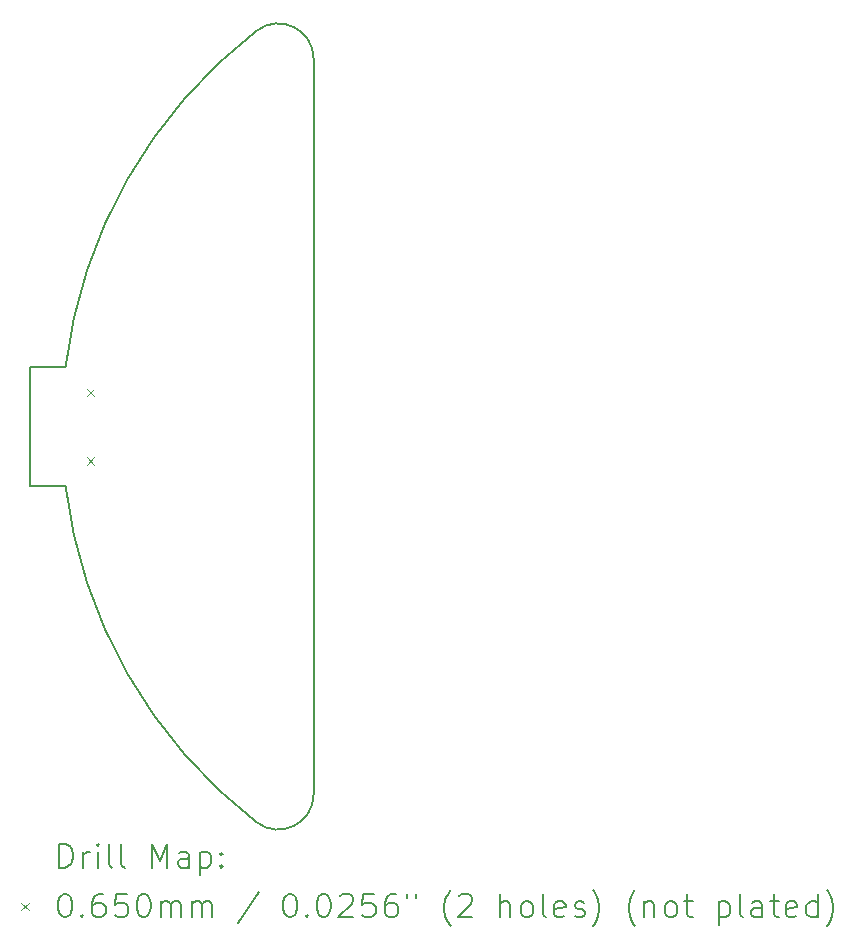
<source format=gbr>
%TF.GenerationSoftware,KiCad,Pcbnew,8.0.5*%
%TF.CreationDate,2025-01-30T00:46:58+01:00*%
%TF.ProjectId,LAMP_OUTDOOR_BATTERY,4c414d50-5f4f-4555-9444-4f4f525f4241,rev?*%
%TF.SameCoordinates,Original*%
%TF.FileFunction,Drillmap*%
%TF.FilePolarity,Positive*%
%FSLAX45Y45*%
G04 Gerber Fmt 4.5, Leading zero omitted, Abs format (unit mm)*
G04 Created by KiCad (PCBNEW 8.0.5) date 2025-01-30 00:46:58*
%MOMM*%
%LPD*%
G01*
G04 APERTURE LIST*
%ADD10C,0.200000*%
%ADD11C,0.100000*%
G04 APERTURE END LIST*
D10*
X13673500Y-8692000D02*
X13673500Y-9692000D01*
X15593283Y-12542620D02*
G75*
G02*
X13975476Y-9692000I2583547J3350620D01*
G01*
X13673500Y-9692000D02*
X13975476Y-9692000D01*
X16076470Y-12305044D02*
X16076470Y-6078956D01*
X13975476Y-8692000D02*
X13673500Y-8692000D01*
X15593283Y-5841379D02*
G75*
G02*
X16076473Y-6078956I183187J-237581D01*
G01*
X16076470Y-12305044D02*
G75*
G02*
X15593285Y-12542618I-300000J4D01*
G01*
X13975476Y-8692000D02*
G75*
G02*
X15593283Y-5841379I4201354J-500000D01*
G01*
D11*
X14156000Y-8871500D02*
X14221000Y-8936500D01*
X14221000Y-8871500D02*
X14156000Y-8936500D01*
X14156000Y-9449500D02*
X14221000Y-9514500D01*
X14221000Y-9449500D02*
X14156000Y-9514500D01*
D10*
X13924277Y-12926524D02*
X13924277Y-12726524D01*
X13924277Y-12726524D02*
X13971896Y-12726524D01*
X13971896Y-12726524D02*
X14000467Y-12736047D01*
X14000467Y-12736047D02*
X14019515Y-12755095D01*
X14019515Y-12755095D02*
X14029039Y-12774143D01*
X14029039Y-12774143D02*
X14038562Y-12812238D01*
X14038562Y-12812238D02*
X14038562Y-12840809D01*
X14038562Y-12840809D02*
X14029039Y-12878905D01*
X14029039Y-12878905D02*
X14019515Y-12897952D01*
X14019515Y-12897952D02*
X14000467Y-12917000D01*
X14000467Y-12917000D02*
X13971896Y-12926524D01*
X13971896Y-12926524D02*
X13924277Y-12926524D01*
X14124277Y-12926524D02*
X14124277Y-12793190D01*
X14124277Y-12831286D02*
X14133801Y-12812238D01*
X14133801Y-12812238D02*
X14143324Y-12802714D01*
X14143324Y-12802714D02*
X14162372Y-12793190D01*
X14162372Y-12793190D02*
X14181420Y-12793190D01*
X14248086Y-12926524D02*
X14248086Y-12793190D01*
X14248086Y-12726524D02*
X14238562Y-12736047D01*
X14238562Y-12736047D02*
X14248086Y-12745571D01*
X14248086Y-12745571D02*
X14257610Y-12736047D01*
X14257610Y-12736047D02*
X14248086Y-12726524D01*
X14248086Y-12726524D02*
X14248086Y-12745571D01*
X14371896Y-12926524D02*
X14352848Y-12917000D01*
X14352848Y-12917000D02*
X14343324Y-12897952D01*
X14343324Y-12897952D02*
X14343324Y-12726524D01*
X14476658Y-12926524D02*
X14457610Y-12917000D01*
X14457610Y-12917000D02*
X14448086Y-12897952D01*
X14448086Y-12897952D02*
X14448086Y-12726524D01*
X14705229Y-12926524D02*
X14705229Y-12726524D01*
X14705229Y-12726524D02*
X14771896Y-12869381D01*
X14771896Y-12869381D02*
X14838562Y-12726524D01*
X14838562Y-12726524D02*
X14838562Y-12926524D01*
X15019515Y-12926524D02*
X15019515Y-12821762D01*
X15019515Y-12821762D02*
X15009991Y-12802714D01*
X15009991Y-12802714D02*
X14990943Y-12793190D01*
X14990943Y-12793190D02*
X14952848Y-12793190D01*
X14952848Y-12793190D02*
X14933801Y-12802714D01*
X15019515Y-12917000D02*
X15000467Y-12926524D01*
X15000467Y-12926524D02*
X14952848Y-12926524D01*
X14952848Y-12926524D02*
X14933801Y-12917000D01*
X14933801Y-12917000D02*
X14924277Y-12897952D01*
X14924277Y-12897952D02*
X14924277Y-12878905D01*
X14924277Y-12878905D02*
X14933801Y-12859857D01*
X14933801Y-12859857D02*
X14952848Y-12850333D01*
X14952848Y-12850333D02*
X15000467Y-12850333D01*
X15000467Y-12850333D02*
X15019515Y-12840809D01*
X15114753Y-12793190D02*
X15114753Y-12993190D01*
X15114753Y-12802714D02*
X15133801Y-12793190D01*
X15133801Y-12793190D02*
X15171896Y-12793190D01*
X15171896Y-12793190D02*
X15190943Y-12802714D01*
X15190943Y-12802714D02*
X15200467Y-12812238D01*
X15200467Y-12812238D02*
X15209991Y-12831286D01*
X15209991Y-12831286D02*
X15209991Y-12888428D01*
X15209991Y-12888428D02*
X15200467Y-12907476D01*
X15200467Y-12907476D02*
X15190943Y-12917000D01*
X15190943Y-12917000D02*
X15171896Y-12926524D01*
X15171896Y-12926524D02*
X15133801Y-12926524D01*
X15133801Y-12926524D02*
X15114753Y-12917000D01*
X15295705Y-12907476D02*
X15305229Y-12917000D01*
X15305229Y-12917000D02*
X15295705Y-12926524D01*
X15295705Y-12926524D02*
X15286182Y-12917000D01*
X15286182Y-12917000D02*
X15295705Y-12907476D01*
X15295705Y-12907476D02*
X15295705Y-12926524D01*
X15295705Y-12802714D02*
X15305229Y-12812238D01*
X15305229Y-12812238D02*
X15295705Y-12821762D01*
X15295705Y-12821762D02*
X15286182Y-12812238D01*
X15286182Y-12812238D02*
X15295705Y-12802714D01*
X15295705Y-12802714D02*
X15295705Y-12821762D01*
D11*
X13598500Y-13222540D02*
X13663500Y-13287540D01*
X13663500Y-13222540D02*
X13598500Y-13287540D01*
D10*
X13962372Y-13146524D02*
X13981420Y-13146524D01*
X13981420Y-13146524D02*
X14000467Y-13156047D01*
X14000467Y-13156047D02*
X14009991Y-13165571D01*
X14009991Y-13165571D02*
X14019515Y-13184619D01*
X14019515Y-13184619D02*
X14029039Y-13222714D01*
X14029039Y-13222714D02*
X14029039Y-13270333D01*
X14029039Y-13270333D02*
X14019515Y-13308428D01*
X14019515Y-13308428D02*
X14009991Y-13327476D01*
X14009991Y-13327476D02*
X14000467Y-13337000D01*
X14000467Y-13337000D02*
X13981420Y-13346524D01*
X13981420Y-13346524D02*
X13962372Y-13346524D01*
X13962372Y-13346524D02*
X13943324Y-13337000D01*
X13943324Y-13337000D02*
X13933801Y-13327476D01*
X13933801Y-13327476D02*
X13924277Y-13308428D01*
X13924277Y-13308428D02*
X13914753Y-13270333D01*
X13914753Y-13270333D02*
X13914753Y-13222714D01*
X13914753Y-13222714D02*
X13924277Y-13184619D01*
X13924277Y-13184619D02*
X13933801Y-13165571D01*
X13933801Y-13165571D02*
X13943324Y-13156047D01*
X13943324Y-13156047D02*
X13962372Y-13146524D01*
X14114753Y-13327476D02*
X14124277Y-13337000D01*
X14124277Y-13337000D02*
X14114753Y-13346524D01*
X14114753Y-13346524D02*
X14105229Y-13337000D01*
X14105229Y-13337000D02*
X14114753Y-13327476D01*
X14114753Y-13327476D02*
X14114753Y-13346524D01*
X14295705Y-13146524D02*
X14257610Y-13146524D01*
X14257610Y-13146524D02*
X14238562Y-13156047D01*
X14238562Y-13156047D02*
X14229039Y-13165571D01*
X14229039Y-13165571D02*
X14209991Y-13194143D01*
X14209991Y-13194143D02*
X14200467Y-13232238D01*
X14200467Y-13232238D02*
X14200467Y-13308428D01*
X14200467Y-13308428D02*
X14209991Y-13327476D01*
X14209991Y-13327476D02*
X14219515Y-13337000D01*
X14219515Y-13337000D02*
X14238562Y-13346524D01*
X14238562Y-13346524D02*
X14276658Y-13346524D01*
X14276658Y-13346524D02*
X14295705Y-13337000D01*
X14295705Y-13337000D02*
X14305229Y-13327476D01*
X14305229Y-13327476D02*
X14314753Y-13308428D01*
X14314753Y-13308428D02*
X14314753Y-13260809D01*
X14314753Y-13260809D02*
X14305229Y-13241762D01*
X14305229Y-13241762D02*
X14295705Y-13232238D01*
X14295705Y-13232238D02*
X14276658Y-13222714D01*
X14276658Y-13222714D02*
X14238562Y-13222714D01*
X14238562Y-13222714D02*
X14219515Y-13232238D01*
X14219515Y-13232238D02*
X14209991Y-13241762D01*
X14209991Y-13241762D02*
X14200467Y-13260809D01*
X14495705Y-13146524D02*
X14400467Y-13146524D01*
X14400467Y-13146524D02*
X14390943Y-13241762D01*
X14390943Y-13241762D02*
X14400467Y-13232238D01*
X14400467Y-13232238D02*
X14419515Y-13222714D01*
X14419515Y-13222714D02*
X14467134Y-13222714D01*
X14467134Y-13222714D02*
X14486182Y-13232238D01*
X14486182Y-13232238D02*
X14495705Y-13241762D01*
X14495705Y-13241762D02*
X14505229Y-13260809D01*
X14505229Y-13260809D02*
X14505229Y-13308428D01*
X14505229Y-13308428D02*
X14495705Y-13327476D01*
X14495705Y-13327476D02*
X14486182Y-13337000D01*
X14486182Y-13337000D02*
X14467134Y-13346524D01*
X14467134Y-13346524D02*
X14419515Y-13346524D01*
X14419515Y-13346524D02*
X14400467Y-13337000D01*
X14400467Y-13337000D02*
X14390943Y-13327476D01*
X14629039Y-13146524D02*
X14648086Y-13146524D01*
X14648086Y-13146524D02*
X14667134Y-13156047D01*
X14667134Y-13156047D02*
X14676658Y-13165571D01*
X14676658Y-13165571D02*
X14686182Y-13184619D01*
X14686182Y-13184619D02*
X14695705Y-13222714D01*
X14695705Y-13222714D02*
X14695705Y-13270333D01*
X14695705Y-13270333D02*
X14686182Y-13308428D01*
X14686182Y-13308428D02*
X14676658Y-13327476D01*
X14676658Y-13327476D02*
X14667134Y-13337000D01*
X14667134Y-13337000D02*
X14648086Y-13346524D01*
X14648086Y-13346524D02*
X14629039Y-13346524D01*
X14629039Y-13346524D02*
X14609991Y-13337000D01*
X14609991Y-13337000D02*
X14600467Y-13327476D01*
X14600467Y-13327476D02*
X14590943Y-13308428D01*
X14590943Y-13308428D02*
X14581420Y-13270333D01*
X14581420Y-13270333D02*
X14581420Y-13222714D01*
X14581420Y-13222714D02*
X14590943Y-13184619D01*
X14590943Y-13184619D02*
X14600467Y-13165571D01*
X14600467Y-13165571D02*
X14609991Y-13156047D01*
X14609991Y-13156047D02*
X14629039Y-13146524D01*
X14781420Y-13346524D02*
X14781420Y-13213190D01*
X14781420Y-13232238D02*
X14790943Y-13222714D01*
X14790943Y-13222714D02*
X14809991Y-13213190D01*
X14809991Y-13213190D02*
X14838563Y-13213190D01*
X14838563Y-13213190D02*
X14857610Y-13222714D01*
X14857610Y-13222714D02*
X14867134Y-13241762D01*
X14867134Y-13241762D02*
X14867134Y-13346524D01*
X14867134Y-13241762D02*
X14876658Y-13222714D01*
X14876658Y-13222714D02*
X14895705Y-13213190D01*
X14895705Y-13213190D02*
X14924277Y-13213190D01*
X14924277Y-13213190D02*
X14943324Y-13222714D01*
X14943324Y-13222714D02*
X14952848Y-13241762D01*
X14952848Y-13241762D02*
X14952848Y-13346524D01*
X15048086Y-13346524D02*
X15048086Y-13213190D01*
X15048086Y-13232238D02*
X15057610Y-13222714D01*
X15057610Y-13222714D02*
X15076658Y-13213190D01*
X15076658Y-13213190D02*
X15105229Y-13213190D01*
X15105229Y-13213190D02*
X15124277Y-13222714D01*
X15124277Y-13222714D02*
X15133801Y-13241762D01*
X15133801Y-13241762D02*
X15133801Y-13346524D01*
X15133801Y-13241762D02*
X15143324Y-13222714D01*
X15143324Y-13222714D02*
X15162372Y-13213190D01*
X15162372Y-13213190D02*
X15190943Y-13213190D01*
X15190943Y-13213190D02*
X15209991Y-13222714D01*
X15209991Y-13222714D02*
X15219515Y-13241762D01*
X15219515Y-13241762D02*
X15219515Y-13346524D01*
X15609991Y-13137000D02*
X15438563Y-13394143D01*
X15867134Y-13146524D02*
X15886182Y-13146524D01*
X15886182Y-13146524D02*
X15905229Y-13156047D01*
X15905229Y-13156047D02*
X15914753Y-13165571D01*
X15914753Y-13165571D02*
X15924277Y-13184619D01*
X15924277Y-13184619D02*
X15933801Y-13222714D01*
X15933801Y-13222714D02*
X15933801Y-13270333D01*
X15933801Y-13270333D02*
X15924277Y-13308428D01*
X15924277Y-13308428D02*
X15914753Y-13327476D01*
X15914753Y-13327476D02*
X15905229Y-13337000D01*
X15905229Y-13337000D02*
X15886182Y-13346524D01*
X15886182Y-13346524D02*
X15867134Y-13346524D01*
X15867134Y-13346524D02*
X15848086Y-13337000D01*
X15848086Y-13337000D02*
X15838563Y-13327476D01*
X15838563Y-13327476D02*
X15829039Y-13308428D01*
X15829039Y-13308428D02*
X15819515Y-13270333D01*
X15819515Y-13270333D02*
X15819515Y-13222714D01*
X15819515Y-13222714D02*
X15829039Y-13184619D01*
X15829039Y-13184619D02*
X15838563Y-13165571D01*
X15838563Y-13165571D02*
X15848086Y-13156047D01*
X15848086Y-13156047D02*
X15867134Y-13146524D01*
X16019515Y-13327476D02*
X16029039Y-13337000D01*
X16029039Y-13337000D02*
X16019515Y-13346524D01*
X16019515Y-13346524D02*
X16009991Y-13337000D01*
X16009991Y-13337000D02*
X16019515Y-13327476D01*
X16019515Y-13327476D02*
X16019515Y-13346524D01*
X16152848Y-13146524D02*
X16171896Y-13146524D01*
X16171896Y-13146524D02*
X16190944Y-13156047D01*
X16190944Y-13156047D02*
X16200467Y-13165571D01*
X16200467Y-13165571D02*
X16209991Y-13184619D01*
X16209991Y-13184619D02*
X16219515Y-13222714D01*
X16219515Y-13222714D02*
X16219515Y-13270333D01*
X16219515Y-13270333D02*
X16209991Y-13308428D01*
X16209991Y-13308428D02*
X16200467Y-13327476D01*
X16200467Y-13327476D02*
X16190944Y-13337000D01*
X16190944Y-13337000D02*
X16171896Y-13346524D01*
X16171896Y-13346524D02*
X16152848Y-13346524D01*
X16152848Y-13346524D02*
X16133801Y-13337000D01*
X16133801Y-13337000D02*
X16124277Y-13327476D01*
X16124277Y-13327476D02*
X16114753Y-13308428D01*
X16114753Y-13308428D02*
X16105229Y-13270333D01*
X16105229Y-13270333D02*
X16105229Y-13222714D01*
X16105229Y-13222714D02*
X16114753Y-13184619D01*
X16114753Y-13184619D02*
X16124277Y-13165571D01*
X16124277Y-13165571D02*
X16133801Y-13156047D01*
X16133801Y-13156047D02*
X16152848Y-13146524D01*
X16295706Y-13165571D02*
X16305229Y-13156047D01*
X16305229Y-13156047D02*
X16324277Y-13146524D01*
X16324277Y-13146524D02*
X16371896Y-13146524D01*
X16371896Y-13146524D02*
X16390944Y-13156047D01*
X16390944Y-13156047D02*
X16400467Y-13165571D01*
X16400467Y-13165571D02*
X16409991Y-13184619D01*
X16409991Y-13184619D02*
X16409991Y-13203666D01*
X16409991Y-13203666D02*
X16400467Y-13232238D01*
X16400467Y-13232238D02*
X16286182Y-13346524D01*
X16286182Y-13346524D02*
X16409991Y-13346524D01*
X16590944Y-13146524D02*
X16495706Y-13146524D01*
X16495706Y-13146524D02*
X16486182Y-13241762D01*
X16486182Y-13241762D02*
X16495706Y-13232238D01*
X16495706Y-13232238D02*
X16514753Y-13222714D01*
X16514753Y-13222714D02*
X16562372Y-13222714D01*
X16562372Y-13222714D02*
X16581420Y-13232238D01*
X16581420Y-13232238D02*
X16590944Y-13241762D01*
X16590944Y-13241762D02*
X16600467Y-13260809D01*
X16600467Y-13260809D02*
X16600467Y-13308428D01*
X16600467Y-13308428D02*
X16590944Y-13327476D01*
X16590944Y-13327476D02*
X16581420Y-13337000D01*
X16581420Y-13337000D02*
X16562372Y-13346524D01*
X16562372Y-13346524D02*
X16514753Y-13346524D01*
X16514753Y-13346524D02*
X16495706Y-13337000D01*
X16495706Y-13337000D02*
X16486182Y-13327476D01*
X16771896Y-13146524D02*
X16733801Y-13146524D01*
X16733801Y-13146524D02*
X16714753Y-13156047D01*
X16714753Y-13156047D02*
X16705229Y-13165571D01*
X16705229Y-13165571D02*
X16686182Y-13194143D01*
X16686182Y-13194143D02*
X16676658Y-13232238D01*
X16676658Y-13232238D02*
X16676658Y-13308428D01*
X16676658Y-13308428D02*
X16686182Y-13327476D01*
X16686182Y-13327476D02*
X16695706Y-13337000D01*
X16695706Y-13337000D02*
X16714753Y-13346524D01*
X16714753Y-13346524D02*
X16752848Y-13346524D01*
X16752848Y-13346524D02*
X16771896Y-13337000D01*
X16771896Y-13337000D02*
X16781420Y-13327476D01*
X16781420Y-13327476D02*
X16790944Y-13308428D01*
X16790944Y-13308428D02*
X16790944Y-13260809D01*
X16790944Y-13260809D02*
X16781420Y-13241762D01*
X16781420Y-13241762D02*
X16771896Y-13232238D01*
X16771896Y-13232238D02*
X16752848Y-13222714D01*
X16752848Y-13222714D02*
X16714753Y-13222714D01*
X16714753Y-13222714D02*
X16695706Y-13232238D01*
X16695706Y-13232238D02*
X16686182Y-13241762D01*
X16686182Y-13241762D02*
X16676658Y-13260809D01*
X16867134Y-13146524D02*
X16867134Y-13184619D01*
X16943325Y-13146524D02*
X16943325Y-13184619D01*
X17238563Y-13422714D02*
X17229039Y-13413190D01*
X17229039Y-13413190D02*
X17209991Y-13384619D01*
X17209991Y-13384619D02*
X17200468Y-13365571D01*
X17200468Y-13365571D02*
X17190944Y-13337000D01*
X17190944Y-13337000D02*
X17181420Y-13289381D01*
X17181420Y-13289381D02*
X17181420Y-13251286D01*
X17181420Y-13251286D02*
X17190944Y-13203666D01*
X17190944Y-13203666D02*
X17200468Y-13175095D01*
X17200468Y-13175095D02*
X17209991Y-13156047D01*
X17209991Y-13156047D02*
X17229039Y-13127476D01*
X17229039Y-13127476D02*
X17238563Y-13117952D01*
X17305230Y-13165571D02*
X17314753Y-13156047D01*
X17314753Y-13156047D02*
X17333801Y-13146524D01*
X17333801Y-13146524D02*
X17381420Y-13146524D01*
X17381420Y-13146524D02*
X17400468Y-13156047D01*
X17400468Y-13156047D02*
X17409991Y-13165571D01*
X17409991Y-13165571D02*
X17419515Y-13184619D01*
X17419515Y-13184619D02*
X17419515Y-13203666D01*
X17419515Y-13203666D02*
X17409991Y-13232238D01*
X17409991Y-13232238D02*
X17295706Y-13346524D01*
X17295706Y-13346524D02*
X17419515Y-13346524D01*
X17657611Y-13346524D02*
X17657611Y-13146524D01*
X17743325Y-13346524D02*
X17743325Y-13241762D01*
X17743325Y-13241762D02*
X17733801Y-13222714D01*
X17733801Y-13222714D02*
X17714753Y-13213190D01*
X17714753Y-13213190D02*
X17686182Y-13213190D01*
X17686182Y-13213190D02*
X17667134Y-13222714D01*
X17667134Y-13222714D02*
X17657611Y-13232238D01*
X17867134Y-13346524D02*
X17848087Y-13337000D01*
X17848087Y-13337000D02*
X17838563Y-13327476D01*
X17838563Y-13327476D02*
X17829039Y-13308428D01*
X17829039Y-13308428D02*
X17829039Y-13251286D01*
X17829039Y-13251286D02*
X17838563Y-13232238D01*
X17838563Y-13232238D02*
X17848087Y-13222714D01*
X17848087Y-13222714D02*
X17867134Y-13213190D01*
X17867134Y-13213190D02*
X17895706Y-13213190D01*
X17895706Y-13213190D02*
X17914753Y-13222714D01*
X17914753Y-13222714D02*
X17924277Y-13232238D01*
X17924277Y-13232238D02*
X17933801Y-13251286D01*
X17933801Y-13251286D02*
X17933801Y-13308428D01*
X17933801Y-13308428D02*
X17924277Y-13327476D01*
X17924277Y-13327476D02*
X17914753Y-13337000D01*
X17914753Y-13337000D02*
X17895706Y-13346524D01*
X17895706Y-13346524D02*
X17867134Y-13346524D01*
X18048087Y-13346524D02*
X18029039Y-13337000D01*
X18029039Y-13337000D02*
X18019515Y-13317952D01*
X18019515Y-13317952D02*
X18019515Y-13146524D01*
X18200468Y-13337000D02*
X18181420Y-13346524D01*
X18181420Y-13346524D02*
X18143325Y-13346524D01*
X18143325Y-13346524D02*
X18124277Y-13337000D01*
X18124277Y-13337000D02*
X18114753Y-13317952D01*
X18114753Y-13317952D02*
X18114753Y-13241762D01*
X18114753Y-13241762D02*
X18124277Y-13222714D01*
X18124277Y-13222714D02*
X18143325Y-13213190D01*
X18143325Y-13213190D02*
X18181420Y-13213190D01*
X18181420Y-13213190D02*
X18200468Y-13222714D01*
X18200468Y-13222714D02*
X18209992Y-13241762D01*
X18209992Y-13241762D02*
X18209992Y-13260809D01*
X18209992Y-13260809D02*
X18114753Y-13279857D01*
X18286182Y-13337000D02*
X18305230Y-13346524D01*
X18305230Y-13346524D02*
X18343325Y-13346524D01*
X18343325Y-13346524D02*
X18362373Y-13337000D01*
X18362373Y-13337000D02*
X18371896Y-13317952D01*
X18371896Y-13317952D02*
X18371896Y-13308428D01*
X18371896Y-13308428D02*
X18362373Y-13289381D01*
X18362373Y-13289381D02*
X18343325Y-13279857D01*
X18343325Y-13279857D02*
X18314753Y-13279857D01*
X18314753Y-13279857D02*
X18295706Y-13270333D01*
X18295706Y-13270333D02*
X18286182Y-13251286D01*
X18286182Y-13251286D02*
X18286182Y-13241762D01*
X18286182Y-13241762D02*
X18295706Y-13222714D01*
X18295706Y-13222714D02*
X18314753Y-13213190D01*
X18314753Y-13213190D02*
X18343325Y-13213190D01*
X18343325Y-13213190D02*
X18362373Y-13222714D01*
X18438563Y-13422714D02*
X18448087Y-13413190D01*
X18448087Y-13413190D02*
X18467134Y-13384619D01*
X18467134Y-13384619D02*
X18476658Y-13365571D01*
X18476658Y-13365571D02*
X18486182Y-13337000D01*
X18486182Y-13337000D02*
X18495706Y-13289381D01*
X18495706Y-13289381D02*
X18495706Y-13251286D01*
X18495706Y-13251286D02*
X18486182Y-13203666D01*
X18486182Y-13203666D02*
X18476658Y-13175095D01*
X18476658Y-13175095D02*
X18467134Y-13156047D01*
X18467134Y-13156047D02*
X18448087Y-13127476D01*
X18448087Y-13127476D02*
X18438563Y-13117952D01*
X18800468Y-13422714D02*
X18790944Y-13413190D01*
X18790944Y-13413190D02*
X18771896Y-13384619D01*
X18771896Y-13384619D02*
X18762373Y-13365571D01*
X18762373Y-13365571D02*
X18752849Y-13337000D01*
X18752849Y-13337000D02*
X18743325Y-13289381D01*
X18743325Y-13289381D02*
X18743325Y-13251286D01*
X18743325Y-13251286D02*
X18752849Y-13203666D01*
X18752849Y-13203666D02*
X18762373Y-13175095D01*
X18762373Y-13175095D02*
X18771896Y-13156047D01*
X18771896Y-13156047D02*
X18790944Y-13127476D01*
X18790944Y-13127476D02*
X18800468Y-13117952D01*
X18876658Y-13213190D02*
X18876658Y-13346524D01*
X18876658Y-13232238D02*
X18886182Y-13222714D01*
X18886182Y-13222714D02*
X18905230Y-13213190D01*
X18905230Y-13213190D02*
X18933801Y-13213190D01*
X18933801Y-13213190D02*
X18952849Y-13222714D01*
X18952849Y-13222714D02*
X18962373Y-13241762D01*
X18962373Y-13241762D02*
X18962373Y-13346524D01*
X19086182Y-13346524D02*
X19067134Y-13337000D01*
X19067134Y-13337000D02*
X19057611Y-13327476D01*
X19057611Y-13327476D02*
X19048087Y-13308428D01*
X19048087Y-13308428D02*
X19048087Y-13251286D01*
X19048087Y-13251286D02*
X19057611Y-13232238D01*
X19057611Y-13232238D02*
X19067134Y-13222714D01*
X19067134Y-13222714D02*
X19086182Y-13213190D01*
X19086182Y-13213190D02*
X19114754Y-13213190D01*
X19114754Y-13213190D02*
X19133801Y-13222714D01*
X19133801Y-13222714D02*
X19143325Y-13232238D01*
X19143325Y-13232238D02*
X19152849Y-13251286D01*
X19152849Y-13251286D02*
X19152849Y-13308428D01*
X19152849Y-13308428D02*
X19143325Y-13327476D01*
X19143325Y-13327476D02*
X19133801Y-13337000D01*
X19133801Y-13337000D02*
X19114754Y-13346524D01*
X19114754Y-13346524D02*
X19086182Y-13346524D01*
X19209992Y-13213190D02*
X19286182Y-13213190D01*
X19238563Y-13146524D02*
X19238563Y-13317952D01*
X19238563Y-13317952D02*
X19248087Y-13337000D01*
X19248087Y-13337000D02*
X19267134Y-13346524D01*
X19267134Y-13346524D02*
X19286182Y-13346524D01*
X19505230Y-13213190D02*
X19505230Y-13413190D01*
X19505230Y-13222714D02*
X19524277Y-13213190D01*
X19524277Y-13213190D02*
X19562373Y-13213190D01*
X19562373Y-13213190D02*
X19581420Y-13222714D01*
X19581420Y-13222714D02*
X19590944Y-13232238D01*
X19590944Y-13232238D02*
X19600468Y-13251286D01*
X19600468Y-13251286D02*
X19600468Y-13308428D01*
X19600468Y-13308428D02*
X19590944Y-13327476D01*
X19590944Y-13327476D02*
X19581420Y-13337000D01*
X19581420Y-13337000D02*
X19562373Y-13346524D01*
X19562373Y-13346524D02*
X19524277Y-13346524D01*
X19524277Y-13346524D02*
X19505230Y-13337000D01*
X19714754Y-13346524D02*
X19695706Y-13337000D01*
X19695706Y-13337000D02*
X19686182Y-13317952D01*
X19686182Y-13317952D02*
X19686182Y-13146524D01*
X19876658Y-13346524D02*
X19876658Y-13241762D01*
X19876658Y-13241762D02*
X19867135Y-13222714D01*
X19867135Y-13222714D02*
X19848087Y-13213190D01*
X19848087Y-13213190D02*
X19809992Y-13213190D01*
X19809992Y-13213190D02*
X19790944Y-13222714D01*
X19876658Y-13337000D02*
X19857611Y-13346524D01*
X19857611Y-13346524D02*
X19809992Y-13346524D01*
X19809992Y-13346524D02*
X19790944Y-13337000D01*
X19790944Y-13337000D02*
X19781420Y-13317952D01*
X19781420Y-13317952D02*
X19781420Y-13298905D01*
X19781420Y-13298905D02*
X19790944Y-13279857D01*
X19790944Y-13279857D02*
X19809992Y-13270333D01*
X19809992Y-13270333D02*
X19857611Y-13270333D01*
X19857611Y-13270333D02*
X19876658Y-13260809D01*
X19943325Y-13213190D02*
X20019515Y-13213190D01*
X19971896Y-13146524D02*
X19971896Y-13317952D01*
X19971896Y-13317952D02*
X19981420Y-13337000D01*
X19981420Y-13337000D02*
X20000468Y-13346524D01*
X20000468Y-13346524D02*
X20019515Y-13346524D01*
X20162373Y-13337000D02*
X20143325Y-13346524D01*
X20143325Y-13346524D02*
X20105230Y-13346524D01*
X20105230Y-13346524D02*
X20086182Y-13337000D01*
X20086182Y-13337000D02*
X20076658Y-13317952D01*
X20076658Y-13317952D02*
X20076658Y-13241762D01*
X20076658Y-13241762D02*
X20086182Y-13222714D01*
X20086182Y-13222714D02*
X20105230Y-13213190D01*
X20105230Y-13213190D02*
X20143325Y-13213190D01*
X20143325Y-13213190D02*
X20162373Y-13222714D01*
X20162373Y-13222714D02*
X20171896Y-13241762D01*
X20171896Y-13241762D02*
X20171896Y-13260809D01*
X20171896Y-13260809D02*
X20076658Y-13279857D01*
X20343325Y-13346524D02*
X20343325Y-13146524D01*
X20343325Y-13337000D02*
X20324277Y-13346524D01*
X20324277Y-13346524D02*
X20286182Y-13346524D01*
X20286182Y-13346524D02*
X20267135Y-13337000D01*
X20267135Y-13337000D02*
X20257611Y-13327476D01*
X20257611Y-13327476D02*
X20248087Y-13308428D01*
X20248087Y-13308428D02*
X20248087Y-13251286D01*
X20248087Y-13251286D02*
X20257611Y-13232238D01*
X20257611Y-13232238D02*
X20267135Y-13222714D01*
X20267135Y-13222714D02*
X20286182Y-13213190D01*
X20286182Y-13213190D02*
X20324277Y-13213190D01*
X20324277Y-13213190D02*
X20343325Y-13222714D01*
X20419516Y-13422714D02*
X20429039Y-13413190D01*
X20429039Y-13413190D02*
X20448087Y-13384619D01*
X20448087Y-13384619D02*
X20457611Y-13365571D01*
X20457611Y-13365571D02*
X20467135Y-13337000D01*
X20467135Y-13337000D02*
X20476658Y-13289381D01*
X20476658Y-13289381D02*
X20476658Y-13251286D01*
X20476658Y-13251286D02*
X20467135Y-13203666D01*
X20467135Y-13203666D02*
X20457611Y-13175095D01*
X20457611Y-13175095D02*
X20448087Y-13156047D01*
X20448087Y-13156047D02*
X20429039Y-13127476D01*
X20429039Y-13127476D02*
X20419516Y-13117952D01*
M02*

</source>
